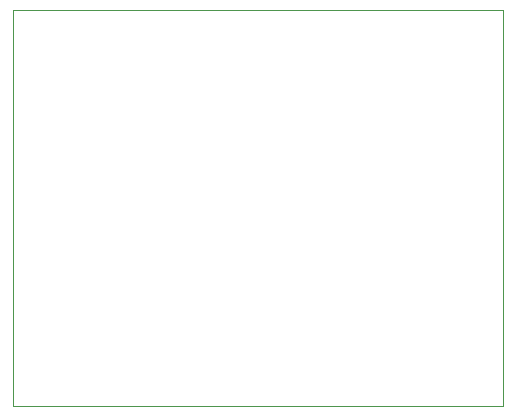
<source format=gm1>
%TF.GenerationSoftware,KiCad,Pcbnew,8.0.2*%
%TF.CreationDate,2024-09-09T09:37:28-05:00*%
%TF.ProjectId,wh3lk,7768336c-6b2e-46b6-9963-61645f706362,v2.0.0a*%
%TF.SameCoordinates,Original*%
%TF.FileFunction,Profile,NP*%
%FSLAX46Y46*%
G04 Gerber Fmt 4.6, Leading zero omitted, Abs format (unit mm)*
G04 Created by KiCad (PCBNEW 8.0.2) date 2024-09-09 09:37:28*
%MOMM*%
%LPD*%
G01*
G04 APERTURE LIST*
%TA.AperFunction,Profile*%
%ADD10C,0.050000*%
%TD*%
G04 APERTURE END LIST*
D10*
X56500000Y-58500000D02*
X98000000Y-58500000D01*
X98000000Y-92000000D01*
X56500000Y-92000000D01*
X56500000Y-58500000D01*
M02*

</source>
